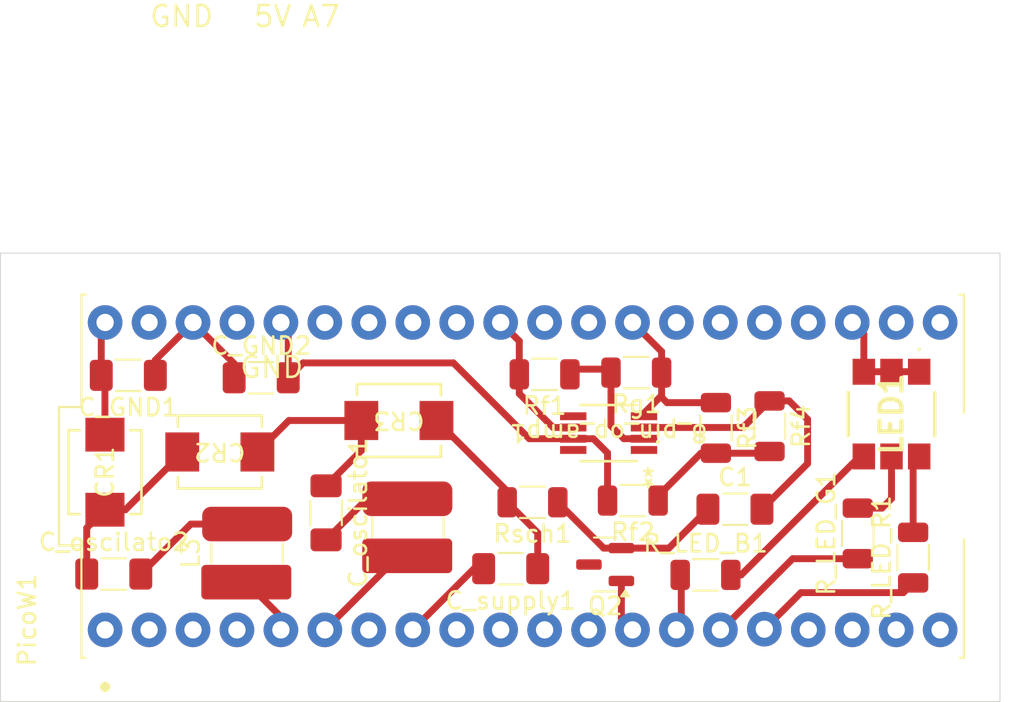
<source format=kicad_pcb>
(kicad_pcb (version 20240108) (generator "pcbnew") (generator_version "8.0")
  (layers (0 "F.Cu" signal) (31 "B.Cu" signal) (34 "B.Paste" user) (35 "F.Paste" user) (36 "B.SilkS" user "B.Silkscreen") (37 "F.SilkS" user "F.Silkscreen") (38 "B.Mask" user) (39 "F.Mask" user) (44 "Edge.Cuts" user))
  (net 0 "")
  (net 1 "Signal")
  (net 5 "Vout")
  (net 6 "5V")
  (net 7 "green")
  (net 8 "red")
  (net 9 "blue")
  (net 11 "Net-(CR1-Pad1)")
  (net 12 "Net-(CR2-Pad1)")
  (net 13 "Net-(CR3-Pad1)")
  (net 17 "Net-(PicoW1-GP11)")
  (net 22 "Net-(PicoW1-GP10)")
  (net 33 "Net-(PicoW1-GP12)")
  (net 38 "Net-(8_pin_op_amp1-V+)")
  (net 39 "Net-(8_pin_op_amp1--)")
  (net 40 "Net-(Q2-E)")
  (net 41 "Net-(Rf2-Pad1)")
  (net 45 "GND_8")
  (net 46 "GND_23")
  (net 47 "GND_13")
  (net 48 "GND_28")
  (net 49 "GND_38")
  (net 50 "Net-(PicoW1-GP4)")
  (net 53 "Net-(C_oscilato1-Pad2)")
  (net 54 "Net-(C_oscilato2-Pad2)")
  (net 55 "Net-(PicoW1-GP3)")
  (footprint "MBRS1100T3G:SMB_403A-03_ONS" (layer "F.Cu") (at 47.48 75.37 180)
    (property "Reference" "CR3" (at 0 0 180) (layer "F.SilkS"))
    (property "Value" "MBRS1100T3G")
    (fp_line (start 2.4257 2.1082) (end 2.4257 1.46304) (stroke (width 0.1524)) (layer "F.SilkS"))
    (fp_line (start 2.4257 -1.46304) (end 2.4257 -2.1082) (stroke (width 0.1524)) (layer "F.SilkS"))
    (fp_line (start 2.4257 -2.1082) (end -2.4257 -2.1082) (stroke (width 0.1524)) (layer "F.SilkS"))
    (fp_line (start -2.4257 2.1082) (end 2.4257 2.1082) (stroke (width 0.1524)) (layer "F.SilkS"))
    (fp_line (start -2.4257 1.46304) (end -2.4257 2.1082) (stroke (width 0.1524)) (layer "F.SilkS"))
    (fp_line (start -2.4257 -2.1082) (end -2.4257 -1.46304) (stroke (width 0.1524)) (layer "F.SilkS"))
    (pad "1" smd rect (at -2.1717 0 180) (size 1.9558 2.2606) (layers "F.Cu" "F.Paste" "F.Mask") (net 13 "Net-(CR3-Pad1)"))
    (pad "2" smd rect (at 2.1717 0 180) (size 1.9558 2.2606) (layers "F.Cu" "F.Paste" "F.Mask") (net 12 "Net-(CR2-Pad1)"))
  )
  (footprint "Package_TO_SOT_SMD:SOT-23" (layer "F.Cu") (at 59.4 83.7 180)
    (property "Reference" "Q2" (at 0 -2.4 180) (layer "F.SilkS"))
    (property "Value" "2n3904")
    (fp_line (start 0 1.56) (end 0.65 1.56) (stroke (width 0.12)) (layer "F.SilkS"))
    (fp_line (start 0 1.56) (end -0.65 1.56) (stroke (width 0.12)) (layer "F.SilkS"))
    (fp_line (start 0 -1.56) (end 0.65 -1.56) (stroke (width 0.12)) (layer "F.SilkS"))
    (fp_line (start 0 -1.56) (end -0.65 -1.56) (stroke (width 0.12)) (layer "F.SilkS"))
    (fp_poly (pts (xy -1.1625 -1.51) (xy -1.4025 -1.84) (xy -0.9225 -1.84) (xy -1.1625 -1.51)) (stroke (width 0.12)) (fill solid) (layer "F.SilkS"))
    (pad "1" smd roundrect (at -0.9375 -0.95 180) (size 1.475 0.6) (layers "F.Cu" "F.Paste" "F.Mask") (net 47 "GND_13"))
    (pad "2" smd roundrect (at -0.9375 0.95 180) (size 1.475 0.6) (layers "F.Cu" "F.Paste" "F.Mask") (net 40 "Net-(Q2-E)"))
    (pad "3" smd roundrect (at 0.9375 0 180) (size 1.475 0.6) (layers "F.Cu" "F.Paste" "F.Mask"))
  )
  (footprint "Pico W:MODULE_SC0918" (layer "F.Cu") (at 54.63 78.59 90)
    (property "Reference" "PicoW1" (at -8.325 -28.635 -90) (layer "F.SilkS"))
    (property "Value" "SC0918")
    (fp_line (start 4 -26.8) (end 4 -25.5) (stroke (width 0.127)) (layer "F.SilkS"))
    (fp_line (start -4 -26.8) (end 4 -26.8) (stroke (width 0.127)) (layer "F.SilkS"))
    (fp_line (start 10.5 -25.5) (end 10.5 -25.25) (stroke (width 0.127)) (layer "F.SilkS"))
    (fp_line (start 4 -25.5) (end 10.5 -25.5) (stroke (width 0.127)) (layer "F.SilkS"))
    (fp_line (start -4 -25.5) (end -4 -26.8) (stroke (width 0.127)) (layer "F.SilkS"))
    (fp_line (start -10.5 -25.5) (end -4 -25.5) (stroke (width 0.127)) (layer "F.SilkS"))
    (fp_line (start -10.5 -25.25) (end -10.5 -25.5) (stroke (width 0.127)) (layer "F.SilkS"))
    (fp_line (start 10.5 25.5) (end 10.5 25.25) (stroke (width 0.127)) (layer "F.SilkS"))
    (fp_line (start 10.5 25.5) (end 3.66 25.5) (stroke (width 0.127)) (layer "F.SilkS"))
    (fp_line (start -3.66 25.5) (end -10.5 25.5) (stroke (width 0.127)) (layer "F.SilkS"))
    (fp_line (start -10.5 25.5) (end -10.5 25.25) (stroke (width 0.127)) (layer "F.SilkS"))
    (fp_circle (center -12.19 -24.13) (end -11.99 -24.13) (stroke (width 0.2)) (fill solid) (layer "F.SilkS"))
    (pad "1" thru_hole circle (at -8.89 -24.13 90) (size 2 2) (drill 1) (layers "*.Cu" "*.Mask"))
    (pad "2" thru_hole circle (at -8.89 -21.59 90) (size 2 2) (drill 1) (layers "*.Cu" "*.Mask"))
    (pad "3" thru_hole circle (at -8.89 -19.05 90) (size 2 2) (drill 1) (layers "*.Cu" "*.Mask"))
    (pad "4" thru_hole circle (at -8.89 -16.51 90) (size 2 2) (drill 1) (layers "*.Cu" "*.Mask"))
    (pad "5" thru_hole circle (at -8.89 -13.97 90) (size 2 2) (drill 1) (layers "*.Cu" "*.Mask") (net 55 "Net-(PicoW1-GP3)"))
    (pad "6" thru_hole circle (at -8.89 -11.43 90) (size 2 2) (drill 1) (layers "*.Cu" "*.Mask") (net 50 "Net-(PicoW1-GP4)"))
    (pad "7" thru_hole circle (at -8.89 -8.89 90) (size 2 2) (drill 1) (layers "*.Cu" "*.Mask"))
    (pad "8" thru_hole circle (at -8.89 -6.35 90) (size 2 2) (drill 1) (layers "*.Cu" "*.Mask") (net 45 "GND_8"))
    (pad "9" thru_hole circle (at -8.89 -3.81 90) (size 2 2) (drill 1) (layers "*.Cu" "*.Mask"))
    (pad "10" thru_hole circle (at -8.89 -1.27 90) (size 2 2) (drill 1) (layers "*.Cu" "*.Mask"))
    (pad "11" thru_hole circle (at -8.89 1.27 90) (size 2 2) (drill 1) (layers "*.Cu" "*.Mask"))
    (pad "12" thru_hole circle (at -8.89 3.81 90) (size 2 2) (drill 1) (layers "*.Cu" "*.Mask"))
    (pad "13" thru_hole circle (at -8.89 6.35 90) (size 2 2) (drill 1) (layers "*.Cu" "*.Mask") (net 47 "GND_13"))
    (pad "14" thru_hole circle (at -8.89 8.89 90) (size 2 2) (drill 1) (layers "*.Cu" "*.Mask") (net 22 "Net-(PicoW1-GP10)"))
    (pad "15" thru_hole circle (at -8.89 11.43 90) (size 2 2) (drill 1) (layers "*.Cu" "*.Mask") (net 17 "Net-(PicoW1-GP11)"))
    (pad "16" thru_hole circle (at -8.848119 13.97 90) (size 2 2) (drill 1) (layers "*.Cu" "*.Mask") (net 33 "Net-(PicoW1-GP12)"))
    (pad "17" thru_hole circle (at -8.89 16.51 90) (size 2 2) (drill 1) (layers "*.Cu" "*.Mask"))
    (pad "18" thru_hole circle (at -8.89 19.05 90) (size 2 2) (drill 1) (layers "*.Cu" "*.Mask"))
    (pad "19" thru_hole circle (at -8.89 21.59 90) (size 2 2) (drill 1) (layers "*.Cu" "*.Mask"))
    (pad "20" thru_hole circle (at -8.89 24.13 90) (size 2 2) (drill 1) (layers "*.Cu" "*.Mask"))
    (pad "21" thru_hole circle (at 8.89 24.13 90) (size 2 2) (drill 1) (layers "*.Cu" "*.Mask"))
    (pad "22" thru_hole circle (at 8.89 21.59 90) (size 2 2) (drill 1) (layers "*.Cu" "*.Mask"))
    (pad "23" thru_hole circle (at 8.89 19.05 90) (size 2 2) (drill 1) (layers "*.Cu" "*.Mask") (net 46 "GND_23"))
    (pad "24" thru_hole circle (at 8.89 16.51 90) (size 2 2) (drill 1) (layers "*.Cu" "*.Mask"))
    (pad "25" thru_hole circle (at 8.89 13.97 90) (size 2 2) (drill 1) (layers "*.Cu" "*.Mask"))
    (pad "26" thru_hole circle (at 8.89 11.43 90) (size 2 2) (drill 1) (layers "*.Cu" "*.Mask"))
    (pad "27" thru_hole circle (at 8.89 8.89 90) (size 2 2) (drill 1) (layers "*.Cu" "*.Mask"))
    (pad "28" thru_hole circle (at 8.89 6.35 90) (size 2 2) (drill 1) (layers "*.Cu" "*.Mask") (net 48 "GND_28"))
    (pad "29" thru_hole circle (at 8.89 3.81 90) (size 2 2) (drill 1) (layers "*.Cu" "*.Mask"))
    (pad "30" thru_hole circle (at 8.89 1.27 90) (size 2 2) (drill 1) (layers "*.Cu" "*.Mask"))
    (pad "31" thru_hole circle (at 8.89 -1.27 90) (size 2 2) (drill 1) (layers "*.Cu" "*.Mask") (net 5 "Vout"))
    (pad "32" thru_hole circle (at 8.89 -3.81 90) (size 2 2) (drill 1) (layers "*.Cu" "*.Mask"))
    (pad "33" thru_hole circle (at 8.89 -6.35 90) (size 2 2) (drill 1) (layers "*.Cu" "*.Mask"))
    (pad "34" thru_hole circle (at 8.89 -8.89 90) (size 2 2) (drill 1) (layers "*.Cu" "*.Mask"))
    (pad "35" thru_hole circle (at 8.89 -11.43 90) (size 2 2) (drill 1) (layers "*.Cu" "*.Mask"))
    (pad "36" thru_hole circle (at 8.89 -13.97 90) (size 2 2) (drill 1) (layers "*.Cu" "*.Mask") (net 38 "Net-(8_pin_op_amp1-V+)"))
    (pad "37" thru_hole circle (at 8.89 -16.51 90) (size 2 2) (drill 1) (layers "*.Cu" "*.Mask"))
    (pad "38" thru_hole circle (at 8.89 -19.05 90) (size 2 2) (drill 1) (layers "*.Cu" "*.Mask") (net 49 "GND_38"))
    (pad "39" thru_hole circle (at 8.89 -21.59 90) (size 2 2) (drill 1) (layers "*.Cu" "*.Mask"))
    (pad "40" thru_hole circle (at 8.89 -24.13 90) (size 2 2) (drill 1) (layers "*.Cu" "*.Mask") (net 6 "5V"))
  )
  (footprint "Resistor_SMD:R_1206_3216Metric" (layer "F.Cu") (at 74 81.9 90)
    (property "Reference" "R_LED_G1" (at 0 -1.82 -90) (layer "F.SilkS"))
    (property "Value" "220")
    (fp_line (start -0.727064 -0.91) (end 0.727064 -0.91) (stroke (width 0.12)) (layer "F.SilkS"))
    (fp_line (start -0.727064 0.91) (end 0.727064 0.91) (stroke (width 0.12)) (layer "F.SilkS"))
    (pad "1" smd roundrect (at -1.4625 0 90) (size 1.125 1.75) (layers "F.Cu" "F.Paste" "F.Mask") (roundrect_rratio 0.2222222222) (net 17 "Net-(PicoW1-GP11)"))
    (pad "2" smd roundrect (at 1.4625 0 90) (size 1.125 1.75) (layers "F.Cu" "F.Paste" "F.Mask") (roundrect_rratio 0.2222222222) (net 7 "green"))
  )
  (footprint "Capacitor_SMD:C_1206_3216Metric_Pad1.33x1.80mm_HandSolder" (layer "F.Cu") (at 31.84 72.76 180)
    (property "Reference" "C_GND1" (at 0 -1.85 180) (layer "F.SilkS"))
    (property "Value" ".1uF")
    (fp_line (start -0.711252 0.91) (end 0.711252 0.91) (stroke (width 0.12)) (layer "F.SilkS"))
    (fp_line (start -0.711252 -0.91) (end 0.711252 -0.91) (stroke (width 0.12)) (layer "F.SilkS"))
    (pad "1" smd roundrect (at -1.5625 0 180) (size 1.325 1.8) (layers "F.Cu" "F.Paste" "F.Mask") (roundrect_rratio 0.1886792453) (net 49 "GND_38"))
    (pad "2" smd roundrect (at 1.5625 0 180) (size 1.325 1.8) (layers "F.Cu" "F.Paste" "F.Mask") (roundrect_rratio 0.1886792453) (net 6 "5V"))
  )
  (footprint "MBRS1100T3G:SMB_403A-03_ONS" (layer "F.Cu") (at 37.13 77.19 180)
    (property "Reference" "CR2" (at 0 0 180) (layer "F.SilkS"))
    (property "Value" "MBRS1100T3G")
    (fp_line (start 2.4257 2.1082) (end 2.4257 1.46304) (stroke (width 0.1524)) (layer "F.SilkS"))
    (fp_line (start 2.4257 -1.46304) (end 2.4257 -2.1082) (stroke (width 0.1524)) (layer "F.SilkS"))
    (fp_line (start 2.4257 -2.1082) (end -2.4257 -2.1082) (stroke (width 0.1524)) (layer "F.SilkS"))
    (fp_line (start -2.4257 2.1082) (end 2.4257 2.1082) (stroke (width 0.1524)) (layer "F.SilkS"))
    (fp_line (start -2.4257 1.46304) (end -2.4257 2.1082) (stroke (width 0.1524)) (layer "F.SilkS"))
    (fp_line (start -2.4257 -2.1082) (end -2.4257 -1.46304) (stroke (width 0.1524)) (layer "F.SilkS"))
    (pad "1" smd rect (at -2.1717 0 180) (size 1.9558 2.2606) (layers "F.Cu" "F.Paste" "F.Mask") (net 12 "Net-(CR2-Pad1)"))
    (pad "2" smd rect (at 2.1717 0 180) (size 1.9558 2.2606) (layers "F.Cu" "F.Paste" "F.Mask") (net 11 "Net-(CR1-Pad1)"))
  )
  (footprint "Resistor_SMD:R_1206_3216Metric" (layer "F.Cu") (at 65.8 75.8 -90)
    (property "Reference" "Rf3" (at 0 -1.82 90) (layer "F.SilkS"))
    (property "Value" "15K")
    (fp_line (start -0.727064 0.91) (end 0.727064 0.91) (stroke (width 0.12)) (layer "F.SilkS"))
    (fp_line (start -0.727064 -0.91) (end 0.727064 -0.91) (stroke (width 0.12)) (layer "F.SilkS"))
    (pad "1" smd roundrect (at -1.4625 0 270) (size 1.125 1.75) (layers "F.Cu" "F.Paste" "F.Mask") (roundrect_rratio 0.2222222222) (net 48 "GND_28"))
    (pad "2" smd roundrect (at 1.4625 0 270) (size 1.125 1.75) (layers "F.Cu" "F.Paste" "F.Mask") (roundrect_rratio 0.2222222222) (net 41 "Net-(Rf2-Pad1)"))
  )
  (footprint "Resistor_SMD:R_1206_3216Metric" (layer "F.Cu") (at 55.2 80.1 180)
    (property "Reference" "Rsch1" (at 0 -1.82 180) (layer "F.SilkS"))
    (property "Value" "1M")
    (fp_line (start -0.727064 0.91) (end 0.727064 0.91) (stroke (width 0.12)) (layer "F.SilkS"))
    (fp_line (start -0.727064 -0.91) (end 0.727064 -0.91) (stroke (width 0.12)) (layer "F.SilkS"))
    (pad "1" smd roundrect (at -1.4625 0 180) (size 1.125 1.75) (layers "F.Cu" "F.Paste" "F.Mask") (roundrect_rratio 0.2222222222) (net 40 "Net-(Q2-E)"))
    (pad "2" smd roundrect (at 1.4625 0 180) (size 1.125 1.75) (layers "F.Cu" "F.Paste" "F.Mask") (roundrect_rratio 0.2222222222) (net 13 "Net-(CR3-Pad1)"))
  )
  (footprint "Capacitor_SMD:C_1206_3216Metric_Pad1.33x1.80mm_HandSolder" (layer "F.Cu") (at 66.9 80.5)
    (property "Reference" "C1" (at 0 -1.85 0) (layer "F.SilkS"))
    (property "Value" ".1uF")
    (fp_line (start -0.711252 -0.91) (end 0.711252 -0.91) (stroke (width 0.12)) (layer "F.SilkS"))
    (fp_line (start -0.711252 0.91) (end 0.711252 0.91) (stroke (width 0.12)) (layer "F.SilkS"))
    (pad "1" smd roundrect (at -1.5625 0) (size 1.325 1.8) (layers "F.Cu" "F.Paste" "F.Mask") (roundrect_rratio 0.1886792453) (net 40 "Net-(Q2-E)"))
    (pad "2" smd roundrect (at 1.5625 0) (size 1.325 1.8) (layers "F.Cu" "F.Paste" "F.Mask") (roundrect_rratio 0.1886792453) (net 1 "Signal"))
  )
  (footprint "Resistor_SMD:R_1206_3216Metric" (layer "F.Cu") (at 55.9 72.7 180)
    (property "Reference" "Rf1" (at 0 -1.82 180) (layer "F.SilkS"))
    (property "Value" "680k")
    (fp_line (start -0.727064 0.91) (end 0.727064 0.91) (stroke (width 0.12)) (layer "F.SilkS"))
    (fp_line (start -0.727064 -0.91) (end 0.727064 -0.91) (stroke (width 0.12)) (layer "F.SilkS"))
    (pad "1" smd roundrect (at -1.4625 0 180) (size 1.125 1.75) (layers "F.Cu" "F.Paste" "F.Mask") (roundrect_rratio 0.2222222222) (net 39 "Net-(8_pin_op_amp1--)"))
    (pad "2" smd roundrect (at 1.4625 0 180) (size 1.125 1.75) (layers "F.Cu" "F.Paste" "F.Mask") (roundrect_rratio 0.2222222222) (net 5 "Vout"))
  )
  (footprint "Capacitor_SMD:C_1206_3216Metric_Pad1.33x1.80mm_HandSolder" (layer "F.Cu") (at 43.27 80.71 -90)
    (property "Reference" "C_oscilato1" (at 0 -1.85 90) (layer "F.SilkS"))
    (property "Value" ".1uF")
    (fp_line (start -0.711252 0.91) (end 0.711252 0.91) (stroke (width 0.12)) (layer "F.SilkS"))
    (fp_line (start -0.711252 -0.91) (end 0.711252 -0.91) (stroke (width 0.12)) (layer "F.SilkS"))
    (pad "1" smd roundrect (at -1.5625 0 270) (size 1.325 1.8) (layers "F.Cu" "F.Paste" "F.Mask") (roundrect_rratio 0.1886792453) (net 12 "Net-(CR2-Pad1)"))
    (pad "2" smd roundrect (at 1.5625 0 270) (size 1.325 1.8) (layers "F.Cu" "F.Paste" "F.Mask") (roundrect_rratio 0.1886792453) (net 53 "Net-(C_oscilato1-Pad2)"))
  )
  (footprint "MBRS1100T3G:SMB_403A-03_ONS" (layer "F.Cu") (at 30.49 78.36 90)
    (property "Reference" "CR1" (at 0 0 90) (layer "F.SilkS"))
    (property "Value" "MBRS1100T3G")
    (fp_line (start 2.4257 -2.1082) (end -2.4257 -2.1082) (stroke (width 0.1524)) (layer "F.SilkS"))
    (fp_line (start -2.4257 -2.1082) (end -2.4257 -1.46304) (stroke (width 0.1524)) (layer "F.SilkS"))
    (fp_line (start 2.4257 -1.46304) (end 2.4257 -2.1082) (stroke (width 0.1524)) (layer "F.SilkS"))
    (fp_line (start -2.4257 1.46304) (end -2.4257 2.1082) (stroke (width 0.1524)) (layer "F.SilkS"))
    (fp_line (start 2.4257 2.1082) (end 2.4257 1.46304) (stroke (width 0.1524)) (layer "F.SilkS"))
    (fp_line (start -2.4257 2.1082) (end 2.4257 2.1082) (stroke (width 0.1524)) (layer "F.SilkS"))
    (pad "1" smd rect (at -2.1717 0 90) (size 1.9558 2.2606) (layers "F.Cu" "F.Paste" "F.Mask") (net 11 "Net-(CR1-Pad1)"))
    (pad "2" smd rect (at 2.1717 0 90) (size 1.9558 2.2606) (layers "F.Cu" "F.Paste" "F.Mask") (net 6 "5V"))
  )
  (footprint "Resistor_SMD:R_1206_3216Metric" (layer "F.Cu") (at 68.9 75.7 -90)
    (property "Reference" "Rf4" (at 0 -1.82 90) (layer "F.SilkS"))
    (property "Value" "1k")
    (fp_line (start -0.727064 0.91) (end 0.727064 0.91) (stroke (width 0.12)) (layer "F.SilkS"))
    (fp_line (start -0.727064 -0.91) (end 0.727064 -0.91) (stroke (width 0.12)) (layer "F.SilkS"))
    (pad "1" smd roundrect (at -1.4625 0 270) (size 1.125 1.75) (layers "F.Cu" "F.Paste" "F.Mask") (roundrect_rratio 0.2222222222) (net 1 "Signal"))
    (pad "2" smd roundrect (at 1.4625 0 270) (size 1.125 1.75) (layers "F.Cu" "F.Paste" "F.Mask") (roundrect_rratio 0.2222222222) (net 41 "Net-(Rf2-Pad1)"))
  )
  (footprint "Resistor_SMD:R_1206_3216Metric" (layer "F.Cu") (at 65.2 84.3)
    (property "Reference" "R_LED_B1" (at 0 -1.82 0) (layer "F.SilkS"))
    (property "Value" "220")
    (fp_line (start -0.727064 -0.91) (end 0.727064 -0.91) (stroke (width 0.12)) (layer "F.SilkS"))
    (fp_line (start -0.727064 0.91) (end 0.727064 0.91) (stroke (width 0.12)) (layer "F.SilkS"))
    (pad "1" smd roundrect (at -1.4625 0) (size 1.125 1.75) (layers "F.Cu" "F.Paste" "F.Mask") (roundrect_rratio 0.2222222222) (net 22 "Net-(PicoW1-GP10)"))
    (pad "2" smd roundrect (at 1.4625 0) (size 1.125 1.75) (layers "F.Cu" "F.Paste" "F.Mask") (roundrect_rratio 0.2222222222) (net 9 "blue"))
  )
  (footprint "Capacitor_SMD:C_1206_3216Metric_Pad1.33x1.80mm_HandSolder" (layer "F.Cu") (at 53.94 83.94 180)
    (property "Reference" "C_supply1" (at 0 -1.85 180) (layer "F.SilkS"))
    (property "Value" ".1uF")
    (fp_line (start -0.711252 0.91) (end 0.711252 0.91) (stroke (width 0.12)) (layer "F.SilkS"))
    (fp_line (start -0.711252 -0.91) (end 0.711252 -0.91) (stroke (width 0.12)) (layer "F.SilkS"))
    (pad "1" smd roundrect (at -1.5625 0 180) (size 1.325 1.8) (layers "F.Cu" "F.Paste" "F.Mask") (roundrect_rratio 0.1886792453) (net 13 "Net-(CR3-Pad1)"))
    (pad "2" smd roundrect (at 1.5625 0 180) (size 1.325 1.8) (layers "F.Cu" "F.Paste" "F.Mask") (roundrect_rratio 0.1886792453) (net 45 "GND_8"))
  )
  (footprint "Resistor_SMD:R_1206_3216Metric" (layer "F.Cu") (at 77.2 83.3 90)
    (property "Reference" "R_LED_R1" (at 0 -1.82 -90) (layer "F.SilkS"))
    (property "Value" "220")
    (fp_line (start -0.727064 -0.91) (end 0.727064 -0.91) (stroke (width 0.12)) (layer "F.SilkS"))
    (fp_line (start -0.727064 0.91) (end 0.727064 0.91) (stroke (width 0.12)) (layer "F.SilkS"))
    (pad "1" smd roundrect (at -1.4625 0 90) (size 1.125 1.75) (layers "F.Cu" "F.Paste" "F.Mask") (roundrect_rratio 0.2222222222) (net 33 "Net-(PicoW1-GP12)"))
    (pad "2" smd roundrect (at 1.4625 0 90) (size 1.125 1.75) (layers "F.Cu" "F.Paste" "F.Mask") (roundrect_rratio 0.2222222222) (net 8 "red"))
  )
  (footprint "Capacitor_SMD:C_1206_3216Metric_Pad1.33x1.80mm_HandSolder" (layer "F.Cu") (at 39.52 72.9)
    (property "Reference" "C_GND2" (at 0 -1.85 0) (layer "F.SilkS"))
    (property "Value" ".1uF")
    (fp_line (start -0.711252 -0.91) (end 0.711252 -0.91) (stroke (width 0.12)) (layer "F.SilkS"))
    (fp_line (start -0.711252 0.91) (end 0.711252 0.91) (stroke (width 0.12)) (layer "F.SilkS"))
    (pad "1" smd roundrect (at -1.5625 0) (size 1.325 1.8) (layers "F.Cu" "F.Paste" "F.Mask") (roundrect_rratio 0.1886792453) (net 49 "GND_38"))
    (pad "2" smd roundrect (at 1.5625 0) (size 1.325 1.8) (layers "F.Cu" "F.Paste" "F.Mask") (roundrect_rratio 0.1886792453) (net 38 "Net-(8_pin_op_amp1-V+)"))
  )
  (footprint "Inductor_SMD:L_Coilcraft_LPS4414" (layer "F.Cu") (at 46.41 82.2575 90)
    (property "Reference" "L1" (hide yes))
    (property "Value" "L")
    (fp_line (start 0.14 -0.47) (end 1.28 -0.47) (stroke (width 0.12)) (layer "F.SilkS"))
    (fp_line (start 0.14 3.65) (end 1.28 3.65) (stroke (width 0.12)) (layer "F.SilkS"))
    (pad "1" smd roundrect (at -0.94 1.55 90) (size 2 5.2) (layers "F.Cu" "F.Paste" "F.Mask") (roundrect_rratio 0.125) (net 50 "Net-(PicoW1-GP4)"))
    (pad "2" smd roundrect (at 2.36 1.56 90) (size 2 5.2) (layers "F.Cu" "F.Paste" "F.Mask") (net 53 "Net-(C_oscilato1-Pad2)"))
  )
  (footprint "Capacitor_SMD:C_1206_3216Metric_Pad1.33x1.80mm_HandSolder" (layer "F.Cu") (at 31 84.25)
    (property "Reference" "C_oscilato2" (at 0 -1.85 0) (layer "F.SilkS"))
    (property "Value" ".1uF")
    (fp_line (start -0.711252 -0.91) (end 0.711252 -0.91) (stroke (width 0.12)) (layer "F.SilkS"))
    (fp_line (start -0.711252 0.91) (end 0.711252 0.91) (stroke (width 0.12)) (layer "F.SilkS"))
    (pad "1" smd roundrect (at -1.5625 0) (size 1.325 1.8) (layers "F.Cu" "F.Paste" "F.Mask") (roundrect_rratio 0.1886792453) (net 11 "Net-(CR1-Pad1)"))
    (pad "2" smd roundrect (at 1.5625 0) (size 1.325 1.8) (layers "F.Cu" "F.Paste" "F.Mask") (roundrect_rratio 0.1886792453) (net 54 "Net-(C_oscilato2-Pad2)"))
  )
  (footprint "MP008253:MP008253" (layer "F.Cu") (at 75.95 75 -90)
    (property "Reference" "LED1" (at 0 0 90) (layer "F.SilkS") (effects (font (size 1.27 1.27) (thickness 0.254))))
    (property "Value" "MP008253" (hide yes))
    (fp_line (start -1.25 2.5) (end 1.25 2.5) (stroke (width 0.2)) (layer "F.SilkS"))
    (fp_line (start -3.8 -1.6) (end -3.8 -1.6) (stroke (width 0.1)) (layer "F.SilkS"))
    (fp_line (start -3.7 -1.6) (end -3.7 -1.6) (stroke (width 0.1)) (layer "F.SilkS"))
    (fp_line (start -1.25 -2.5) (end 1.25 -2.5) (stroke (width 0.2)) (layer "F.SilkS"))
    (fp_arc (start -3.8 -1.6) (mid -3.75 -1.65) (end -3.7 -1.6) (stroke (width 0.1)) (layer "F.SilkS"))
    (fp_arc (start -3.7 -1.6) (mid -3.75 -1.55) (end -3.8 -1.6) (stroke (width 0.1)) (layer "F.SilkS"))
    (pad "1" smd rect (at -2.45 -1.6) (size 1.3 1.5) (layers "F.Cu" "F.Paste" "F.Mask") (net 46 "GND_23"))
    (pad "2" smd rect (at 2.45 -1.6) (size 1.3 1.5) (layers "F.Cu" "F.Paste" "F.Mask") (net 8 "red"))
    (pad "3" smd rect (at -2.45 0) (size 1.3 1.5) (layers "F.Cu" "F.Paste" "F.Mask") (net 46 "GND_23"))
    (pad "4" smd rect (at 2.45 0) (size 1.3 1.5) (layers "F.Cu" "F.Paste" "F.Mask") (net 7 "green"))
    (pad "5" smd rect (at -2.45 1.6) (size 1.3 1.5) (layers "F.Cu" "F.Paste" "F.Mask") (net 46 "GND_23"))
    (pad "6" smd rect (at 2.45 1.6) (size 1.3 1.5) (layers "F.Cu" "F.Paste" "F.Mask") (net 9 "blue"))
  )
  (footprint "Resistor_SMD:R_1206_3216Metric" (layer "F.Cu") (at 61.2 72.6 180)
    (property "Reference" "Rg1" (at 0 -1.82 180) (layer "F.SilkS"))
    (property "Value" "10k")
    (fp_line (start -0.727064 0.91) (end 0.727064 0.91) (stroke (width 0.12)) (layer "F.SilkS"))
    (fp_line (start -0.727064 -0.91) (end 0.727064 -0.91) (stroke (width 0.12)) (layer "F.SilkS"))
    (pad "1" smd roundrect (at -1.4625 0 180) (size 1.125 1.75) (layers "F.Cu" "F.Paste" "F.Mask") (roundrect_rratio 0.2222222222) (net 48 "GND_28"))
    (pad "2" smd roundrect (at 1.4625 0 180) (size 1.125 1.75) (layers "F.Cu" "F.Paste" "F.Mask") (roundrect_rratio 0.2222222222) (net 39 "Net-(8_pin_op_amp1--)"))
  )
  (footprint "Inductor_SMD:L_Coilcraft_LPS4414" (layer "F.Cu") (at 38.7 83.05 90)
    (property "Reference" "L3" (at 0 -3.25 -90) (layer "F.SilkS"))
    (property "Value" "L")
    (fp_line (start -0.57 -2.06) (end 0.57 -2.06) (stroke (width 0.12)) (layer "F.SilkS"))
    (fp_line (start -0.57 2.06) (end 0.57 2.06) (stroke (width 0.12)) (layer "F.SilkS"))
    (pad "1" smd roundrect (at -1.67 -0.04 90) (size 2 5.2) (layers "F.Cu" "F.Paste" "F.Mask") (roundrect_rratio 0.125) (net 55 "Net-(PicoW1-GP3)"))
    (pad "2" smd roundrect (at 1.69 0.01 90) (size 2 5.2) (layers "F.Cu" "F.Paste" "F.Mask") (net 54 "Net-(C_oscilato2-Pad2)"))
  )
  (footprint "Resistor_SMD:R_1206_3216Metric" (layer "F.Cu") (at 61 80 180)
    (property "Reference" "Rf2" (at 0 -1.82 180) (layer "F.SilkS"))
    (property "Value" "120")
    (fp_line (start -0.727064 0.91) (end 0.727064 0.91) (stroke (width 0.12)) (layer "F.SilkS"))
    (fp_line (start -0.727064 -0.91) (end 0.727064 -0.91) (stroke (width 0.12)) (layer "F.SilkS"))
    (pad "1" smd roundrect (at -1.4625 0 180) (size 1.125 1.75) (layers "F.Cu" "F.Paste" "F.Mask") (roundrect_rratio 0.2222222222) (net 41 "Net-(Rf2-Pad1)"))
    (pad "2" smd roundrect (at 1.4625 0 180) (size 1.125 1.75) (layers "F.Cu" "F.Paste" "F.Mask") (roundrect_rratio 0.2222222222) (net 38 "Net-(8_pin_op_amp1-V+)"))
  )
  (footprint "op_amp_MCP6291-E/MS:MSOP8_MC_MCH" (layer "F.Cu") (at 59.6 76.1 180)
    (property "Reference" "8_pin_op_amp1" (at 0 0 180) (layer "F.SilkS"))
    (property "Value" "MCP6L91RT-EMS")
    (fp_line (start 1.6256 -1.6256) (end -1.6256 -1.6256) (stroke (width 0.1524)) (layer "F.SilkS"))
    (fp_line (start -1.6256 1.6256) (end 1.6256 1.6256) (stroke (width 0.1524)) (layer "F.SilkS"))
    (fp_text user "*" (at -2.2987 -2.5752 180) (layer "F.SilkS"))
    (fp_text user "*" (at -2.2987 -2.5752 180) (layer "F.SilkS"))
    (pad "1" smd rect (at -2.0447 -0.974999 180) (size 1.524 0.4572) (layers "F.Cu" "F.Paste" "F.Mask"))
    (pad "2" smd rect (at -2.0447 -0.325001 180) (size 1.524 0.4572) (layers "F.Cu" "F.Paste" "F.Mask") (net 39 "Net-(8_pin_op_amp1--)"))
    (pad "3" smd rect (at -2.0447 0.325001 180) (size 1.524 0.4572) (layers "F.Cu" "F.Paste" "F.Mask") (net 1 "Signal"))
    (pad "4" smd rect (at -2.0447 0.974999 180) (size 1.524 0.4572) (layers "F.Cu" "F.Paste" "F.Mask") (net 48 "GND_28"))
    (pad "5" smd rect (at 2.0447 0.974999 180) (size 1.524 0.4572) (layers "F.Cu" "F.Paste" "F.Mask"))
    (pad "6" smd rect (at 2.0447 0.325001 180) (size 1.524 0.4572) (layers "F.Cu" "F.Paste" "F.Mask") (net 5 "Vout"))
    (pad "7" smd rect (at 2.0447 -0.325001 180) (size 1.524 0.4572) (layers "F.Cu" "F.Paste" "F.Mask") (net 38 "Net-(8_pin_op_amp1-V+)"))
    (pad "8" smd rect (at 2.0447 -0.974999 180) (size 1.524 0.4572) (layers "F.Cu" "F.Paste" "F.Mask"))
  )
  (gr_rect (start 24.45 65.69) (end 82.22 91.62) (stroke (width 0.05)) (fill none) (layer "Edge.Cuts"))
  (gr_text "5V" (at 39 52.7 0) (layer "F.SilkS") (effects (font (size 1.2 1.2)) (justify left bottom)))
  (gr_text "GND" (at 33 52.7 0) (layer "F.SilkS") (effects (font (size 1.2 1.2)) (justify left bottom)))
  (gr_text "A7\n" (at 41.8 52.7 0) (layer "F.SilkS") (effects (font (size 1.2 1.2)) (justify left bottom)))
  (gr_text "GND" (at 38.2 73 0) (layer "F.SilkS") (effects (font (size 1.2 1.2)) (justify left bottom)))
  (segment (start 67.362501 75.774999) (end 68.9 74.2375) (width 0.4) (layer "F.Cu") (net 1))
  (segment (start 61.6447 75.774999) (end 67.362501 75.774999) (width 0.4) (layer "F.Cu") (net 1))
  (segment (start 71.1 75.3) (end 71.1 77.8625) (width 0.4) (layer "F.Cu") (net 1))
  (segment (start 68.9 74.2375) (end 70.0375 74.2375) (width 0.4) (layer "F.Cu") (net 1))
  (segment (start 68.4625 80.5) (end 71.1 77.8625) (width 0.4) (layer "F.Cu") (net 1))
  (segment (start 70.0375 74.2375) (end 71.1 75.3) (width 0.4) (layer "F.Cu") (net 1))
  (segment (start 57.5553 75.774999) (end 56.3933 75.774999) (width 0.4) (layer "F.Cu") (net 5))
  (segment (start 56.3933 75.774999) (end 54.4375 73.819199) (width 0.4) (layer "F.Cu") (net 5))
  (segment (start 54.4375 73.819199) (end 54.4375 72.4) (width 0.4) (layer "F.Cu") (net 5))
  (segment (start 54.4375 70.7775) (end 53.36 69.7) (width 0.4) (layer "F.Cu") (net 5))
  (segment (start 54.4375 72.4) (end 54.4375 70.7775) (width 0.4) (layer "F.Cu") (net 5))
  (segment (start 30.49 76.1883) (end 30.49 72.9725) (width 0.4) (layer "F.Cu") (net 6))
  (segment (start 30.2775 69.9225) (end 30.5 69.7) (width 0.4) (layer "F.Cu") (net 6))
  (segment (start 30.49 72.9725) (end 30.2775 72.76) (width 0.4) (layer "F.Cu") (net 6))
  (segment (start 30.2775 72.76) (end 30.2775 69.9225) (width 0.4) (layer "F.Cu") (net 6))
  (segment (start 75.4 80.4375) (end 75.95 79.8875) (width 0.4) (layer "F.Cu") (net 7))
  (segment (start 74 80.4375) (end 75.4 80.4375) (width 0.4) (layer "F.Cu") (net 7))
  (segment (start 75.95 79.8875) (end 75.95 77.45) (width 0.4) (layer "F.Cu") (net 7))
  (segment (start 77.2 77.8) (end 77.55 77.45) (width 0.4) (layer "F.Cu") (net 8))
  (segment (start 77.2 81.8375) (end 77.2 77.8) (width 0.4) (layer "F.Cu") (net 8))
  (segment (start 66.6625 84.3) (end 67.2625 84.3) (width 0.4) (layer "F.Cu") (net 9))
  (segment (start 74.1125 77.45) (end 74.35 77.45) (width 0.4) (layer "F.Cu") (net 9))
  (segment (start 67.2625 84.3) (end 74.1125 77.45) (width 0.4) (layer "F.Cu") (net 9))
  (segment (start 30.49 80.5317) (end 31.674544 80.5317) (width 0.4) (layer "F.Cu") (net 11))
  (segment (start 29.4375 81.5842) (end 30.49 80.5317) (width 0.4) (layer "F.Cu") (net 11))
  (segment (start 34.9583 77.247944) (end 34.9583 77.19) (width 0.4) (layer "F.Cu") (net 11))
  (segment (start 31.674544 80.5317) (end 34.9583 77.247944) (width 0.4) (layer "F.Cu") (net 11))
  (segment (start 29.4375 84.25) (end 29.4375 81.5842) (width 0.4) (layer "F.Cu") (net 11))
  (segment (start 45.3083 75.37) (end 45.3083 77.1092) (width 0.4) (layer "F.Cu") (net 12))
  (segment (start 45.3083 77.1092) (end 43.27 79.1475) (width 0.4) (layer "F.Cu") (net 12))
  (segment (start 45.3083 75.37) (end 41.1217 75.37) (width 0.4) (layer "F.Cu") (net 12))
  (segment (start 41.1217 75.37) (end 39.3017 77.19) (width 0.4) (layer "F.Cu") (net 12))
  (segment (start 53.7375 80.1) (end 53.7375 79.4558) (width 0.4) (layer "F.Cu") (net 13))
  (segment (start 53.7375 79.4558) (end 49.6517 75.37) (width 0.4) (layer "F.Cu") (net 13))
  (segment (start 55.5025 83.94) (end 55.5025 81.865) (width 0.4) (layer "F.Cu") (net 13))
  (segment (start 55.5025 81.865) (end 53.7375 80.1) (width 0.4) (layer "F.Cu") (net 13))
  (segment (start 74 83.3625) (end 70.2375 83.3625) (width 0.4) (layer "F.Cu") (net 17))
  (segment (start 70.2375 83.3625) (end 66.12 87.48) (width 0.4) (layer "F.Cu") (net 17))
  (segment (start 66.12 87.48) (end 66.06 87.48) (width 0.4) (layer "F.Cu") (net 17))
  (segment (start 63.8 87.2) (end 63.52 87.48) (width 0.4) (layer "F.Cu") (net 22))
  (segment (start 63.8 84.8375) (end 63.8 87.2) (width 0.4) (layer "F.Cu") (net 22))
  (segment (start 77.2 84.7625) (end 76.6375 85.325) (width 0.4) (layer "F.Cu") (net 33))
  (segment (start 76.6375 85.325) (end 70.713119 85.325) (width 0.4) (layer "F.Cu") (net 33))
  (segment (start 70.713119 85.325) (end 68.6 87.438119) (width 0.4) (layer "F.Cu") (net 33))
  (segment (start 41.0825 72.9) (end 41.0825 70.1225) (width 0.4) (layer "F.Cu") (net 38))
  (segment (start 41.9425 72.04) (end 50.63 72.04) (width 0.4) (layer "F.Cu") (net 38))
  (segment (start 59.5375 77.245201) (end 59.5375 80) (width 0.4) (layer "F.Cu") (net 38))
  (segment (start 41.0825 70.1225) (end 40.66 69.7) (width 0.4) (layer "F.Cu") (net 38))
  (segment (start 50.63 72.04) (end 55.015001 76.425001) (width 0.4) (layer "F.Cu") (net 38))
  (segment (start 57.5553 76.425001) (end 58.7173 76.425001) (width 0.4) (layer "F.Cu") (net 38))
  (segment (start 55.015001 76.425001) (end 57.5553 76.425001) (width 0.4) (layer "F.Cu") (net 38))
  (segment (start 41.0825 72.9) (end 41.9425 72.04) (width 0.4) (layer "F.Cu") (net 38))
  (segment (start 58.7173 76.425001) (end 59.5375 77.245201) (width 0.4) (layer "F.Cu") (net 38))
  (segment (start 59.7375 72.4) (end 57.3625 72.4) (width 0.4) (layer "F.Cu") (net 39))
  (segment (start 60.4827 76.425001) (end 59.7375 75.679801) (width 0.4) (layer "F.Cu") (net 39))
  (segment (start 61.6447 76.425001) (end 60.4827 76.425001) (width 0.4) (layer "F.Cu") (net 39))
  (segment (start 59.7375 75.679801) (end 59.7375 72.4) (width 0.4) (layer "F.Cu") (net 39))
  (segment (start 63.0875 82.75) (end 60.3375 82.75) (width 0.4) (layer "F.Cu") (net 40))
  (segment (start 59.3125 82.75) (end 60.3375 82.75) (width 0.4) (layer "F.Cu") (net 40))
  (segment (start 65.3375 80.5) (end 63.0875 82.75) (width 0.4) (layer "F.Cu") (net 40))
  (segment (start 56.6625 80.1) (end 59.3125 82.75) (width 0.4) (layer "F.Cu") (net 40))
  (segment (start 65.8 77.2625) (end 64.9375 77.2625) (width 0.4) (layer "F.Cu") (net 41))
  (segment (start 65.8 77.2625) (end 68.8 77.2625) (width 0.4) (layer "F.Cu") (net 41))
  (segment (start 62.4625 79.7375) (end 62.4625 80) (width 0.4) (layer "F.Cu") (net 41))
  (segment (start 64.9375 77.2625) (end 62.4625 79.7375) (width 0.4) (layer "F.Cu") (net 41))
  (segment (start 68.8 77.2625) (end 68.9 77.1625) (width 0.4) (layer "F.Cu") (net 41))
  (segment (start 48.28 87.48) (end 51.82 83.94) (width 0.4) (layer "F.Cu") (net 45))
  (segment (start 51.82 83.94) (end 52.3775 83.94) (width 0.4) (layer "F.Cu") (net 45))
  (segment (start 74.35 70.37) (end 73.68 69.7) (width 0.4) (layer "F.Cu") (net 46))
  (segment (start 74.35 72.55) (end 74.35 70.37) (width 0.4) (layer "F.Cu") (net 46))
  (segment (start 74.35 72.55) (end 77.55 72.55) (width 0.4) (layer "F.Cu") (net 46))
  (segment (start 60.3375 86.8375) (end 60.98 87.48) (width 0.4) (layer "F.Cu") (net 47))
  (segment (start 60.3375 84.65) (end 60.3375 86.8375) (width 0.4) (layer "F.Cu") (net 47))
  (segment (start 62.683049 74.045549) (end 62.545549 74.045549) (width 0.4) (layer "F.Cu") (net 48))
  (segment (start 62.6625 72.4) (end 62.6625 71.3825) (width 0.4) (layer "F.Cu") (net 48))
  (segment (start 65.8 74.3375) (end 62.975 74.3375) (width 0.4) (layer "F.Cu") (net 48))
  (segment (start 62.6625 72.4) (end 62.6625 73.928598) (width 0.4) (layer "F.Cu") (net 48))
  (segment (start 62.975 74.3375) (end 62.683049 74.045549) (width 0.4) (layer "F.Cu") (net 48))
  (segment (start 62.6625 71.3825) (end 60.98 69.7) (width 0.4) (layer "F.Cu") (net 48))
  (segment (start 62.545549 74.045549) (end 61.6447 74.946399) (width 0.4) (layer "F.Cu") (net 48))
  (segment (start 62.6625 73.928598) (end 62.545549 74.045549) (width 0.4) (layer "F.Cu") (net 48))
  (segment (start 33.4025 72.76) (end 33.4025 71.8775) (width 0.4) (layer "F.Cu") (net 49))
  (segment (start 35.58 69.7) (end 37.9575 72.0775) (width 0.4) (layer "F.Cu") (net 49))
  (segment (start 33.4025 71.8775) (end 35.58 69.7) (width 0.4) (layer "F.Cu") (net 49))
  (segment (start 37.9575 72.0775) (end 37.9575 72.9) (width 0.4) (layer "F.Cu") (net 49))
  (segment (start 43.2 87.48) (end 47.4825 83.1975) (width 0.4) (layer "F.Cu") (net 50))
  (segment (start 47.4825 83.1975) (end 47.96 83.1975) (width 0.4) (layer "F.Cu") (net 50))
  (segment (start 43.27 82.2725) (end 45.645 79.8975) (width 0.4) (layer "F.Cu") (net 53))
  (segment (start 45.645 79.8975) (end 47.97 79.8975) (width 0.4) (layer "F.Cu") (net 53))
  (segment (start 35.4525 81.36) (end 32.5625 84.25) (width 0.4) (layer "F.Cu") (net 54))
  (segment (start 38.71 81.36) (end 35.4525 81.36) (width 0.4) (layer "F.Cu") (net 54))
  (segment (start 40.66 86.72) (end 38.66 84.72) (width 0.4) (layer "F.Cu") (net 55))
  (segment (start 40.66 87.48) (end 40.66 86.72) (width 0.4) (layer "F.Cu") (net 55))
)
</source>
